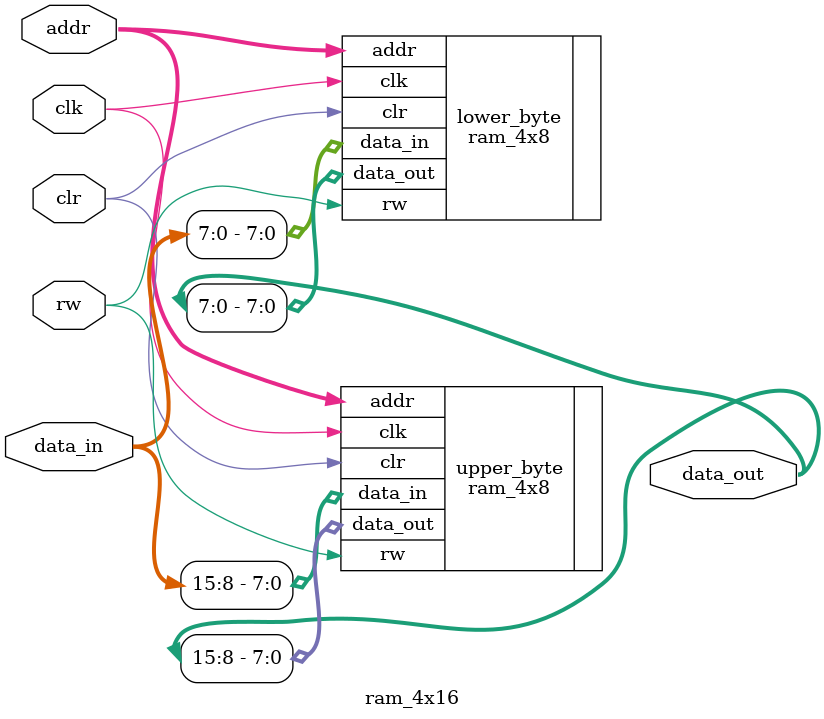
<source format=v>
module ram_4x16 (
    input wire clk,               // Sinal de clock
    input wire clr,               // Sinal de reset
    input wire rw,                // Sinal de controle de leitura/escrita
    input wire [2:0] addr,        // Endereço de 3 bits (4 locações)
    input wire [15:0] data_in,    // Dados de entrada de 16 bits
    output wire [15:0] data_out    // Dados de saída de 16 bits
);

    // Instanciação dos módulos RAM 4x8 para os bytes inferior e superior
    ram_4x8 lower_byte (
        .clk(clk),
        .clr(clr),
        .rw(rw),
        .addr(addr),
        .data_in(data_in[7:0]),      // Dados de entrada para o byte inferior
        .data_out(data_out[7:0])     // Dados de saída do byte inferior
    );
    
    ram_4x8 upper_byte (
        .clk(clk),
        .clr(clr),
        .rw(rw),
        .addr(addr),
        .data_in(data_in[15:8]),     // Dados de entrada para o byte superior
        .data_out(data_out[15:8])    // Dados de saída do byte superior
    );

endmodule

</source>
